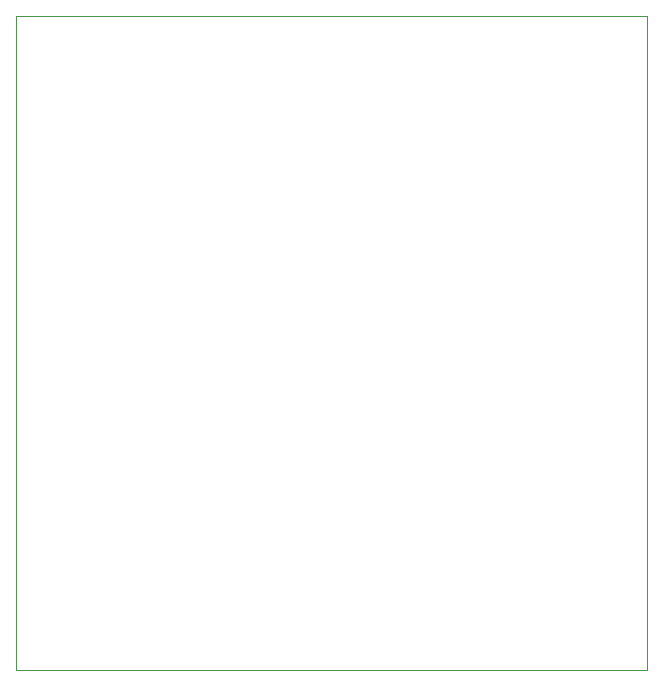
<source format=gbr>
%TF.GenerationSoftware,Altium Limited,Altium Designer,20.1.14 (287)*%
G04 Layer_Color=0*
%FSLAX25Y25*%
%MOIN*%
%TF.SameCoordinates,2C95EE9B-839E-46B1-8C58-6FB4A810CE44*%
%TF.FilePolarity,Positive*%
%TF.FileFunction,Profile,NP*%
%TF.Part,Single*%
G01*
G75*
%TA.AperFunction,Profile*%
%ADD22C,0.00100*%
D22*
X0Y0D02*
X210500Y0D01*
X210500Y218000D01*
X0Y218000D01*
X0Y0D01*
%TF.MD5,cf267d036d46e6f71700adeb6a09a596*%
M02*

</source>
